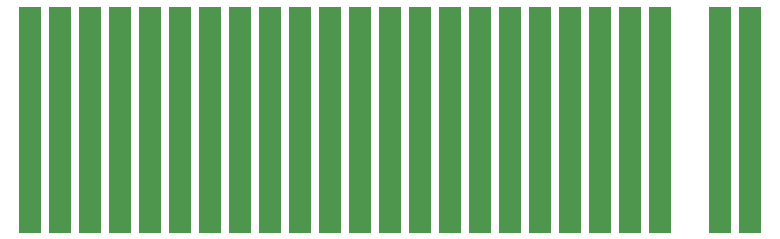
<source format=gbs>
G04 EAGLE Gerber RS-274X export*
G75*
%MOMM*%
%FSLAX34Y34*%
%LPD*%
%INSoldermask Bottom*%
%IPPOS*%
%AMOC8*
5,1,8,0,0,1.08239X$1,22.5*%
G01*
%ADD10R,1.981200X19.253200*%


D10*
X12700Y166370D03*
X38100Y166370D03*
X63500Y166370D03*
X88900Y166370D03*
X114300Y166370D03*
X139700Y166370D03*
X165100Y166370D03*
X190500Y166370D03*
X215900Y166370D03*
X241300Y166370D03*
X266700Y166370D03*
X292100Y166370D03*
X317500Y166370D03*
X342900Y166370D03*
X368300Y166370D03*
X393700Y166370D03*
X419100Y166370D03*
X444500Y166370D03*
X469900Y166370D03*
X495300Y166370D03*
X520700Y166370D03*
X546100Y166370D03*
X596900Y166370D03*
X622300Y166370D03*
M02*

</source>
